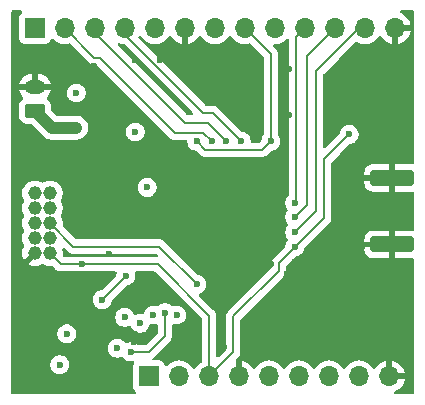
<source format=gbl>
G04 #@! TF.GenerationSoftware,KiCad,Pcbnew,9.0.0*
G04 #@! TF.CreationDate,2025-07-01T12:28:05-04:00*
G04 #@! TF.ProjectId,wio-e5-test,77696f2d-6535-42d7-9465-73742e6b6963,rev?*
G04 #@! TF.SameCoordinates,Original*
G04 #@! TF.FileFunction,Copper,L4,Bot*
G04 #@! TF.FilePolarity,Positive*
%FSLAX46Y46*%
G04 Gerber Fmt 4.6, Leading zero omitted, Abs format (unit mm)*
G04 Created by KiCad (PCBNEW 9.0.0) date 2025-07-01 12:28:05*
%MOMM*%
%LPD*%
G01*
G04 APERTURE LIST*
G04 Aperture macros list*
%AMRoundRect*
0 Rectangle with rounded corners*
0 $1 Rounding radius*
0 $2 $3 $4 $5 $6 $7 $8 $9 X,Y pos of 4 corners*
0 Add a 4 corners polygon primitive as box body*
4,1,4,$2,$3,$4,$5,$6,$7,$8,$9,$2,$3,0*
0 Add four circle primitives for the rounded corners*
1,1,$1+$1,$2,$3*
1,1,$1+$1,$4,$5*
1,1,$1+$1,$6,$7*
1,1,$1+$1,$8,$9*
0 Add four rect primitives between the rounded corners*
20,1,$1+$1,$2,$3,$4,$5,0*
20,1,$1+$1,$4,$5,$6,$7,0*
20,1,$1+$1,$6,$7,$8,$9,0*
20,1,$1+$1,$8,$9,$2,$3,0*%
G04 Aperture macros list end*
G04 #@! TA.AperFunction,ComponentPad*
%ADD10C,1.168400*%
G04 #@! TD*
G04 #@! TA.AperFunction,ComponentPad*
%ADD11R,1.700000X1.700000*%
G04 #@! TD*
G04 #@! TA.AperFunction,ComponentPad*
%ADD12O,1.700000X1.700000*%
G04 #@! TD*
G04 #@! TA.AperFunction,SMDPad,CuDef*
%ADD13RoundRect,0.250000X1.600000X-0.425000X1.600000X0.425000X-1.600000X0.425000X-1.600000X-0.425000X0*%
G04 #@! TD*
G04 #@! TA.AperFunction,ComponentPad*
%ADD14RoundRect,0.250000X-0.625000X0.350000X-0.625000X-0.350000X0.625000X-0.350000X0.625000X0.350000X0*%
G04 #@! TD*
G04 #@! TA.AperFunction,ComponentPad*
%ADD15O,1.750000X1.200000*%
G04 #@! TD*
G04 #@! TA.AperFunction,ViaPad*
%ADD16C,0.600000*%
G04 #@! TD*
G04 #@! TA.AperFunction,Conductor*
%ADD17C,0.200000*%
G04 #@! TD*
G04 #@! TA.AperFunction,Conductor*
%ADD18C,1.000000*%
G04 #@! TD*
G04 APERTURE END LIST*
D10*
G04 #@! TO.P,J3,1,VTref*
G04 #@! TO.N,+3V3*
X140000000Y-139000000D03*
G04 #@! TO.P,J3,2,SWDIO/TMS*
G04 #@! TO.N,/SWDIO*
X141270000Y-139000000D03*
G04 #@! TO.P,J3,3,GND*
G04 #@! TO.N,GND*
X140000000Y-140270000D03*
G04 #@! TO.P,J3,4,SWCLK/TCK*
G04 #@! TO.N,/SWCLK*
X141270000Y-140270000D03*
G04 #@! TO.P,J3,5,GND*
G04 #@! TO.N,GND*
X140000000Y-141540000D03*
G04 #@! TO.P,J3,6,SWO/TDO*
G04 #@! TO.N,/SWO*
X141270000Y-141540000D03*
G04 #@! TO.P,J3,7,KEY*
G04 #@! TO.N,unconnected-(J3-KEY-Pad7)*
X140000000Y-142810000D03*
G04 #@! TO.P,J3,8,NC/TDI*
G04 #@! TO.N,unconnected-(J3-NC{slash}TDI-Pad8)*
X141270000Y-142810000D03*
G04 #@! TO.P,J3,9,GNDDetect*
G04 #@! TO.N,GND*
X140000000Y-144080000D03*
G04 #@! TO.P,J3,10,~{RESET}*
G04 #@! TO.N,/~{RST}*
X141270000Y-144080000D03*
G04 #@! TD*
D11*
G04 #@! TO.P,J7,1,Pin_1*
G04 #@! TO.N,/UART1_RX*
X149660000Y-154500000D03*
D12*
G04 #@! TO.P,J7,2,Pin_2*
G04 #@! TO.N,/UART1_TX*
X152200000Y-154500000D03*
G04 #@! TO.P,J7,3,Pin_3*
G04 #@! TO.N,/~{RST}*
X154740000Y-154500000D03*
G04 #@! TO.P,J7,4,Pin_4*
G04 #@! TO.N,GND*
X157280000Y-154500000D03*
G04 #@! TO.P,J7,5,Pin_5*
G04 #@! TO.N,+3V3*
X159820000Y-154500000D03*
G04 #@! TO.P,J7,6,Pin_6*
G04 #@! TO.N,/PB5*
X162360000Y-154500000D03*
G04 #@! TO.P,J7,7,Pin_7*
G04 #@! TO.N,/PC1*
X164900000Y-154500000D03*
G04 #@! TO.P,J7,8,Pin_8*
G04 #@! TO.N,/PC0*
X167440000Y-154500000D03*
G04 #@! TO.P,J7,9,Pin_9*
G04 #@! TO.N,GND*
X169980000Y-154500000D03*
G04 #@! TD*
D13*
G04 #@! TO.P,J5,2,Ext*
G04 #@! TO.N,GND*
X170250000Y-137675000D03*
X170250000Y-143325000D03*
G04 #@! TD*
D11*
G04 #@! TO.P,J4,1,Pin_1*
G04 #@! TO.N,+3V3*
X140000000Y-125000000D03*
D12*
G04 #@! TO.P,J4,2,Pin_2*
G04 #@! TO.N,/PA10*
X142540000Y-125000000D03*
G04 #@! TO.P,J4,3,Pin_3*
G04 #@! TO.N,/PB14*
X145080000Y-125000000D03*
G04 #@! TO.P,J4,4,Pin_4*
G04 #@! TO.N,/PB9*
X147620000Y-125000000D03*
G04 #@! TO.P,J4,5,Pin_5*
G04 #@! TO.N,/BOOT*
X150160000Y-125000000D03*
G04 #@! TO.P,J4,6,Pin_6*
G04 #@! TO.N,GND*
X152700000Y-125000000D03*
G04 #@! TO.P,J4,7,Pin_7*
G04 #@! TO.N,+3V3*
X155240000Y-125000000D03*
G04 #@! TO.P,J4,8,Pin_8*
G04 #@! TO.N,/PA0*
X157780000Y-125000000D03*
G04 #@! TO.P,J4,9,Pin_9*
G04 #@! TO.N,/PA9*
X160320000Y-125000000D03*
G04 #@! TO.P,J4,10,Pin_10*
G04 #@! TO.N,/PB10*
X162860000Y-125000000D03*
G04 #@! TO.P,J4,11,Pin_11*
G04 #@! TO.N,/PA2*
X165400000Y-125000000D03*
G04 #@! TO.P,J4,12,Pin_12*
G04 #@! TO.N,/PA3*
X167940000Y-125000000D03*
G04 #@! TO.P,J4,13,Pin_13*
G04 #@! TO.N,GND*
X170480000Y-125000000D03*
G04 #@! TD*
D14*
G04 #@! TO.P,J1,1,Pin_1*
G04 #@! TO.N,+BATT*
X140000000Y-132000000D03*
D15*
G04 #@! TO.P,J1,2,Pin_2*
G04 #@! TO.N,GND*
X140000000Y-130000000D03*
G04 #@! TD*
D16*
G04 #@! TO.N,GND*
X160000000Y-145000000D03*
X140000000Y-149000000D03*
X140000000Y-147000000D03*
X142000000Y-147000000D03*
X144000000Y-145000000D03*
X142000000Y-135000000D03*
X140000000Y-135000000D03*
X140000000Y-137000000D03*
X142000000Y-137000000D03*
G04 #@! TO.N,+3V3*
X142700000Y-150900000D03*
G04 #@! TO.N,GND*
X147200000Y-155100000D03*
X138800000Y-153900000D03*
X144400000Y-153900000D03*
X143100000Y-153500000D03*
G04 #@! TO.N,+3V3*
X142100000Y-153500000D03*
G04 #@! TO.N,/I2C2_SDA*
X147700000Y-146000000D03*
X145700000Y-148000000D03*
G04 #@! TO.N,GND*
X144000000Y-139000000D03*
X146300000Y-144100000D03*
X152000000Y-135000000D03*
X170000000Y-128000000D03*
X144000000Y-137000000D03*
X151400000Y-152100000D03*
X168000000Y-128000000D03*
X165300000Y-142800000D03*
X165300000Y-144800000D03*
X171800000Y-151000000D03*
X168000000Y-149000000D03*
X152900000Y-139800000D03*
X167700000Y-139800000D03*
X167700000Y-141500000D03*
X156000000Y-143000000D03*
X171800000Y-145000000D03*
X168000000Y-134000000D03*
X158300000Y-131600000D03*
X162700000Y-147500000D03*
X145000000Y-128200000D03*
X164000000Y-149000000D03*
X170000000Y-149000000D03*
X156000000Y-139000000D03*
X165300000Y-141800000D03*
X171800000Y-136000000D03*
X156000000Y-145000000D03*
X167700000Y-146500000D03*
X167700000Y-147500000D03*
X165000000Y-129100000D03*
X171800000Y-132000000D03*
X162000000Y-148300000D03*
X145400000Y-132500000D03*
X160000000Y-143000000D03*
X167700000Y-137800000D03*
X165000000Y-132300000D03*
X154000000Y-145000000D03*
X156000000Y-141000000D03*
X170000000Y-147000000D03*
X149300000Y-151500000D03*
X165300000Y-139800000D03*
X168000000Y-136000000D03*
X161200000Y-134900000D03*
X146300000Y-149800000D03*
X145400000Y-134400000D03*
X171800000Y-130000000D03*
X158000000Y-145000000D03*
X158000000Y-141000000D03*
X166500000Y-137800000D03*
X158000000Y-152000000D03*
X161200000Y-146800000D03*
X168000000Y-130000000D03*
X170000000Y-145000000D03*
X148500000Y-127700000D03*
X171800000Y-149000000D03*
X154000000Y-143000000D03*
X149200000Y-147600000D03*
X168000000Y-151000000D03*
X162000000Y-144800000D03*
X150000000Y-137000000D03*
X165300000Y-143800000D03*
X148463958Y-150940647D03*
X165300000Y-147500000D03*
X154000000Y-139000000D03*
X171800000Y-128000000D03*
X149500000Y-140000000D03*
X167700000Y-144500000D03*
X146000000Y-137000000D03*
X150000000Y-135000000D03*
X165300000Y-137800000D03*
X161500000Y-132400000D03*
X150600000Y-127700000D03*
X166000000Y-151000000D03*
X167700000Y-143500000D03*
X166000000Y-136000000D03*
X168000000Y-132000000D03*
X167700000Y-138800000D03*
X143308853Y-131908853D03*
X167700000Y-142500000D03*
X170000000Y-151000000D03*
X171800000Y-147000000D03*
X170000000Y-134000000D03*
X154000000Y-141000000D03*
X160000000Y-141000000D03*
X158000000Y-139000000D03*
X164000000Y-147500000D03*
X167700000Y-145500000D03*
X165300000Y-140800000D03*
X171800000Y-134000000D03*
X148000000Y-137000000D03*
X165300000Y-138800000D03*
X152000000Y-137000000D03*
X148000000Y-135000000D03*
X170000000Y-132000000D03*
X143300000Y-128500000D03*
X161300000Y-145800000D03*
X146000000Y-139000000D03*
X166000000Y-149000000D03*
X170000000Y-136000000D03*
X156000000Y-152000000D03*
X160000000Y-139000000D03*
X156900000Y-130100000D03*
X148400000Y-151600000D03*
X161200000Y-137700000D03*
X161500000Y-128500000D03*
X170000000Y-130000000D03*
X158000000Y-143000000D03*
G04 #@! TO.N,+3V3*
X152000000Y-149300000D03*
X143500000Y-130500000D03*
X149500000Y-138500000D03*
X150000000Y-149300000D03*
X148900000Y-150000000D03*
X146985504Y-152108698D03*
X148500000Y-133800000D03*
X147600000Y-149500000D03*
G04 #@! TO.N,+BATT*
X143500000Y-133450000D03*
G04 #@! TO.N,/~{RST}*
X166600000Y-134000000D03*
X162000000Y-143545000D03*
G04 #@! TO.N,/SWO*
X153717500Y-146700000D03*
G04 #@! TO.N,/PA2*
X162000000Y-141000000D03*
G04 #@! TO.N,/PB9*
X157467500Y-134600000D03*
G04 #@! TO.N,/PB10*
X162000000Y-139800000D03*
G04 #@! TO.N,/PB14*
X156217500Y-134600000D03*
G04 #@! TO.N,/PA3*
X162000000Y-142300000D03*
G04 #@! TO.N,/PA10*
X154967500Y-134600000D03*
G04 #@! TO.N,/PA0*
X159967500Y-134600000D03*
X153700000Y-134600000D03*
G04 #@! TO.N,/LPS22_INT*
X151000000Y-149100000D03*
X148100000Y-152400000D03*
G04 #@! TD*
D17*
G04 #@! TO.N,/~{RST}*
X156800000Y-149400000D02*
X156800000Y-152440000D01*
X160650000Y-144895000D02*
X160650000Y-145550000D01*
X156800000Y-152440000D02*
X154740000Y-154500000D01*
X162000000Y-143545000D02*
X160650000Y-144895000D01*
X160650000Y-145550000D02*
X156800000Y-149400000D01*
G04 #@! TO.N,/I2C2_SDA*
X145700000Y-148000000D02*
X147700000Y-146000000D01*
G04 #@! TO.N,/~{RST}*
X142190000Y-145000000D02*
X141270000Y-144080000D01*
X150400000Y-145000000D02*
X142190000Y-145000000D01*
X154740000Y-149340000D02*
X150400000Y-145000000D01*
X154740000Y-154500000D02*
X154740000Y-149340000D01*
G04 #@! TO.N,/SWO*
X143230000Y-143500000D02*
X141270000Y-141540000D01*
X150517500Y-143500000D02*
X143230000Y-143500000D01*
X153717500Y-146700000D02*
X150517500Y-143500000D01*
D18*
G04 #@! TO.N,+BATT*
X141450000Y-133450000D02*
X143500000Y-133450000D01*
X140000000Y-132000000D02*
X141450000Y-133450000D01*
D17*
G04 #@! TO.N,/~{RST}*
X164500000Y-136100000D02*
X166600000Y-134000000D01*
X164500000Y-141045000D02*
X164500000Y-136100000D01*
X162000000Y-143545000D02*
X164500000Y-141045000D01*
G04 #@! TO.N,/PA2*
X162000000Y-141000000D02*
X163000000Y-140000000D01*
X163000000Y-140000000D02*
X163000000Y-127400000D01*
X163000000Y-127400000D02*
X165400000Y-125000000D01*
G04 #@! TO.N,/PB9*
X147620000Y-125569943D02*
X147620000Y-125000000D01*
X157467500Y-134600000D02*
X155067500Y-132200000D01*
X155067500Y-132200000D02*
X154250057Y-132200000D01*
X154250057Y-132200000D02*
X147620000Y-125569943D01*
G04 #@! TO.N,/PB10*
X162100000Y-125760000D02*
X162860000Y-125000000D01*
X162100000Y-139600000D02*
X162100000Y-125760000D01*
X162000000Y-139800000D02*
X161900000Y-139800000D01*
X161900000Y-139800000D02*
X162100000Y-139600000D01*
G04 #@! TO.N,/PB14*
X154617500Y-133000000D02*
X152700000Y-133000000D01*
X152700000Y-133000000D02*
X145080000Y-125380000D01*
X156217500Y-134600000D02*
X154617500Y-133000000D01*
X145080000Y-125380000D02*
X145080000Y-125000000D01*
G04 #@! TO.N,/PA3*
X163800000Y-140500000D02*
X163800000Y-128670000D01*
X162000000Y-142300000D02*
X163800000Y-140500000D01*
X163800000Y-128670000D02*
X167470000Y-125000000D01*
X167470000Y-125000000D02*
X167940000Y-125000000D01*
G04 #@! TO.N,/PA10*
X154267500Y-133900000D02*
X151900000Y-133900000D01*
X151900000Y-133900000D02*
X145500000Y-127500000D01*
X145040000Y-127500000D02*
X142540000Y-125000000D01*
X145500000Y-127500000D02*
X145040000Y-127500000D01*
X154967500Y-134600000D02*
X154267500Y-133900000D01*
G04 #@! TO.N,/PA0*
X159967500Y-127187500D02*
X157780000Y-125000000D01*
X159266500Y-135301000D02*
X154401000Y-135301000D01*
X159967500Y-134600000D02*
X159266500Y-135301000D01*
X159967500Y-134600000D02*
X159967500Y-127187500D01*
X154401000Y-135301000D02*
X153700000Y-134600000D01*
G04 #@! TO.N,/LPS22_INT*
X149700000Y-152400000D02*
X148100000Y-152400000D01*
X151000000Y-151100000D02*
X149700000Y-152400000D01*
X151000000Y-149100000D02*
X151000000Y-151100000D01*
G04 #@! TD*
G04 #@! TA.AperFunction,Conductor*
G04 #@! TO.N,GND*
G36*
X138876936Y-123520185D02*
G01*
X138922691Y-123572989D01*
X138932635Y-123642147D01*
X138903610Y-123705703D01*
X138884208Y-123723766D01*
X138792455Y-123792452D01*
X138792452Y-123792455D01*
X138706206Y-123907664D01*
X138706202Y-123907671D01*
X138655908Y-124042517D01*
X138649501Y-124102116D01*
X138649500Y-124102135D01*
X138649500Y-125897870D01*
X138649501Y-125897876D01*
X138655908Y-125957483D01*
X138706202Y-126092328D01*
X138706206Y-126092335D01*
X138792452Y-126207544D01*
X138792455Y-126207547D01*
X138907664Y-126293793D01*
X138907671Y-126293797D01*
X139042517Y-126344091D01*
X139042516Y-126344091D01*
X139049444Y-126344835D01*
X139102127Y-126350500D01*
X140897872Y-126350499D01*
X140957483Y-126344091D01*
X141092331Y-126293796D01*
X141207546Y-126207546D01*
X141293796Y-126092331D01*
X141342810Y-125960916D01*
X141384681Y-125904984D01*
X141450145Y-125880566D01*
X141518418Y-125895417D01*
X141546673Y-125916569D01*
X141660213Y-126030109D01*
X141832179Y-126155048D01*
X141832181Y-126155049D01*
X141832184Y-126155051D01*
X142021588Y-126251557D01*
X142223757Y-126317246D01*
X142433713Y-126350500D01*
X142433714Y-126350500D01*
X142646286Y-126350500D01*
X142646287Y-126350500D01*
X142856243Y-126317246D01*
X142898523Y-126303507D01*
X142968362Y-126301511D01*
X143024522Y-126333757D01*
X144555139Y-127864374D01*
X144555149Y-127864385D01*
X144559479Y-127868715D01*
X144559480Y-127868716D01*
X144671284Y-127980520D01*
X144758095Y-128030639D01*
X144758097Y-128030641D01*
X144796151Y-128052611D01*
X144808215Y-128059577D01*
X144960943Y-128100501D01*
X144960946Y-128100501D01*
X145126653Y-128100501D01*
X145126669Y-128100500D01*
X145199903Y-128100500D01*
X145266942Y-128120185D01*
X145287583Y-128136818D01*
X151531284Y-134380520D01*
X151668215Y-134459577D01*
X151820943Y-134500501D01*
X151820946Y-134500501D01*
X151986654Y-134500501D01*
X151986670Y-134500500D01*
X152775500Y-134500500D01*
X152842539Y-134520185D01*
X152888294Y-134572989D01*
X152899500Y-134624500D01*
X152899500Y-134678846D01*
X152930261Y-134833489D01*
X152930264Y-134833501D01*
X152990602Y-134979172D01*
X152990609Y-134979185D01*
X153078210Y-135110288D01*
X153078213Y-135110292D01*
X153189707Y-135221786D01*
X153189711Y-135221789D01*
X153320814Y-135309390D01*
X153320827Y-135309397D01*
X153419493Y-135350265D01*
X153466503Y-135369737D01*
X153621158Y-135400500D01*
X153621847Y-135400637D01*
X153683758Y-135433022D01*
X153685337Y-135434573D01*
X154032284Y-135781520D01*
X154032286Y-135781521D01*
X154032290Y-135781524D01*
X154169209Y-135860573D01*
X154169216Y-135860577D01*
X154321943Y-135901501D01*
X154321945Y-135901501D01*
X154487654Y-135901501D01*
X154487670Y-135901500D01*
X159179831Y-135901500D01*
X159179847Y-135901501D01*
X159187443Y-135901501D01*
X159345554Y-135901501D01*
X159345557Y-135901501D01*
X159498285Y-135860577D01*
X159548404Y-135831639D01*
X159635216Y-135781520D01*
X159747020Y-135669716D01*
X159747020Y-135669714D01*
X159757228Y-135659507D01*
X159757229Y-135659504D01*
X159982161Y-135434572D01*
X160043483Y-135401089D01*
X160045650Y-135400638D01*
X160103585Y-135389113D01*
X160200997Y-135369737D01*
X160346679Y-135309394D01*
X160477789Y-135221789D01*
X160589289Y-135110289D01*
X160676894Y-134979179D01*
X160737237Y-134833497D01*
X160768000Y-134678842D01*
X160768000Y-134521158D01*
X160768000Y-134521155D01*
X160767999Y-134521153D01*
X160748234Y-134421789D01*
X160737237Y-134366503D01*
X160737235Y-134366498D01*
X160676897Y-134220827D01*
X160676890Y-134220814D01*
X160588898Y-134089125D01*
X160568020Y-134022447D01*
X160568000Y-134020234D01*
X160568000Y-127108445D01*
X160568000Y-127108443D01*
X160544163Y-127019481D01*
X160527077Y-126955715D01*
X160494621Y-126899500D01*
X160494620Y-126899498D01*
X160494620Y-126899497D01*
X160448024Y-126818790D01*
X160448021Y-126818786D01*
X160448020Y-126818784D01*
X160336216Y-126706980D01*
X160336215Y-126706979D01*
X160331885Y-126702649D01*
X160331874Y-126702639D01*
X160191416Y-126562181D01*
X160157931Y-126500858D01*
X160162915Y-126431166D01*
X160204787Y-126375233D01*
X160270251Y-126350816D01*
X160279097Y-126350500D01*
X160426286Y-126350500D01*
X160426287Y-126350500D01*
X160636243Y-126317246D01*
X160838412Y-126251557D01*
X161027816Y-126155051D01*
X161049789Y-126139086D01*
X161199786Y-126030109D01*
X161199788Y-126030106D01*
X161199792Y-126030104D01*
X161287819Y-125942077D01*
X161349142Y-125908592D01*
X161418834Y-125913576D01*
X161474767Y-125955448D01*
X161499184Y-126020912D01*
X161499500Y-126029758D01*
X161499500Y-139117059D01*
X161479815Y-139184098D01*
X161463181Y-139204740D01*
X161378213Y-139289707D01*
X161378210Y-139289711D01*
X161290609Y-139420814D01*
X161290602Y-139420827D01*
X161230264Y-139566498D01*
X161230261Y-139566510D01*
X161199500Y-139721153D01*
X161199500Y-139878846D01*
X161230261Y-140033489D01*
X161230264Y-140033501D01*
X161290602Y-140179172D01*
X161290609Y-140179185D01*
X161378210Y-140310288D01*
X161378213Y-140310292D01*
X161380240Y-140312319D01*
X161380962Y-140313642D01*
X161382076Y-140314999D01*
X161381818Y-140315210D01*
X161413725Y-140373642D01*
X161408741Y-140443334D01*
X161382001Y-140484939D01*
X161382076Y-140485001D01*
X161381552Y-140485639D01*
X161380240Y-140487681D01*
X161378213Y-140489707D01*
X161378210Y-140489711D01*
X161290609Y-140620814D01*
X161290602Y-140620827D01*
X161230264Y-140766498D01*
X161230261Y-140766510D01*
X161199500Y-140921153D01*
X161199500Y-141078846D01*
X161230261Y-141233489D01*
X161230264Y-141233501D01*
X161290602Y-141379172D01*
X161290609Y-141379185D01*
X161378210Y-141510288D01*
X161378213Y-141510292D01*
X161430240Y-141562319D01*
X161463725Y-141623642D01*
X161458741Y-141693334D01*
X161430240Y-141737681D01*
X161378213Y-141789707D01*
X161378210Y-141789711D01*
X161290609Y-141920814D01*
X161290602Y-141920827D01*
X161230264Y-142066498D01*
X161230261Y-142066510D01*
X161199500Y-142221153D01*
X161199500Y-142378846D01*
X161230261Y-142533489D01*
X161230264Y-142533501D01*
X161290602Y-142679172D01*
X161290609Y-142679185D01*
X161378210Y-142810288D01*
X161378213Y-142810292D01*
X161402740Y-142834819D01*
X161436225Y-142896142D01*
X161431241Y-142965834D01*
X161402740Y-143010181D01*
X161378213Y-143034707D01*
X161378210Y-143034711D01*
X161290609Y-143165814D01*
X161290602Y-143165827D01*
X161230264Y-143311498D01*
X161230261Y-143311508D01*
X161199361Y-143466850D01*
X161166976Y-143528761D01*
X161165425Y-143530339D01*
X160169481Y-144526282D01*
X160169479Y-144526285D01*
X160119361Y-144613094D01*
X160119359Y-144613096D01*
X160090425Y-144663209D01*
X160090424Y-144663210D01*
X160090423Y-144663215D01*
X160049499Y-144815943D01*
X160049499Y-144815945D01*
X160049499Y-144984046D01*
X160049500Y-144984059D01*
X160049500Y-145249902D01*
X160029815Y-145316941D01*
X160013181Y-145337583D01*
X156319481Y-149031282D01*
X156319475Y-149031290D01*
X156275064Y-149108214D01*
X156275064Y-149108215D01*
X156240423Y-149168215D01*
X156199499Y-149320943D01*
X156199499Y-149320945D01*
X156199499Y-149489046D01*
X156199500Y-149489059D01*
X156199500Y-152139903D01*
X156179815Y-152206942D01*
X156163181Y-152227584D01*
X155552181Y-152838584D01*
X155490858Y-152872069D01*
X155421166Y-152867085D01*
X155365233Y-152825213D01*
X155340816Y-152759749D01*
X155340500Y-152750903D01*
X155340500Y-149429059D01*
X155340501Y-149429046D01*
X155340501Y-149260945D01*
X155340501Y-149260943D01*
X155299577Y-149108215D01*
X155270639Y-149058095D01*
X155220520Y-148971284D01*
X155108716Y-148859480D01*
X155108715Y-148859479D01*
X155104385Y-148855149D01*
X155104374Y-148855139D01*
X153918154Y-147668919D01*
X153884669Y-147607596D01*
X153889653Y-147537904D01*
X153931525Y-147481971D01*
X153958372Y-147466682D01*
X154096679Y-147409394D01*
X154227789Y-147321789D01*
X154339289Y-147210289D01*
X154426894Y-147079179D01*
X154487237Y-146933497D01*
X154518000Y-146778842D01*
X154518000Y-146621158D01*
X154518000Y-146621155D01*
X154517999Y-146621153D01*
X154495947Y-146510292D01*
X154487237Y-146466503D01*
X154451069Y-146379185D01*
X154426897Y-146320827D01*
X154426890Y-146320814D01*
X154339289Y-146189711D01*
X154339286Y-146189707D01*
X154227792Y-146078213D01*
X154227788Y-146078210D01*
X154096685Y-145990609D01*
X154096672Y-145990602D01*
X153951001Y-145930264D01*
X153950991Y-145930261D01*
X153795649Y-145899361D01*
X153733738Y-145866976D01*
X153732160Y-145865425D01*
X151005090Y-143138355D01*
X151005088Y-143138352D01*
X150886217Y-143019481D01*
X150886216Y-143019480D01*
X150797976Y-142968535D01*
X150797975Y-142968534D01*
X150749290Y-142940425D01*
X150749289Y-142940424D01*
X150736763Y-142937067D01*
X150596557Y-142899499D01*
X150438443Y-142899499D01*
X150430847Y-142899499D01*
X150430831Y-142899500D01*
X143530098Y-142899500D01*
X143463059Y-142879815D01*
X143442417Y-142863181D01*
X142378852Y-141799617D01*
X142345367Y-141738294D01*
X142344060Y-141692543D01*
X142354700Y-141625368D01*
X142354700Y-141454632D01*
X142327991Y-141285999D01*
X142327990Y-141285995D01*
X142327990Y-141285994D01*
X142275232Y-141123622D01*
X142275230Y-141123619D01*
X142197719Y-140971493D01*
X142197710Y-140971481D01*
X142196681Y-140969801D01*
X142196481Y-140969065D01*
X142195507Y-140967152D01*
X142195908Y-140966947D01*
X142178430Y-140902357D01*
X142195851Y-140843023D01*
X142195507Y-140842848D01*
X142196442Y-140841012D01*
X142196681Y-140840199D01*
X142197706Y-140838523D01*
X142197719Y-140838507D01*
X142275231Y-140686380D01*
X142294980Y-140625600D01*
X142327990Y-140524005D01*
X142327990Y-140524004D01*
X142327991Y-140524001D01*
X142354700Y-140355368D01*
X142354700Y-140184632D01*
X142327991Y-140015999D01*
X142327990Y-140015995D01*
X142327990Y-140015994D01*
X142275232Y-139853622D01*
X142275230Y-139853619D01*
X142261852Y-139827363D01*
X142197719Y-139701493D01*
X142197710Y-139701481D01*
X142196681Y-139699801D01*
X142196481Y-139699065D01*
X142195507Y-139697152D01*
X142195908Y-139696947D01*
X142178430Y-139632357D01*
X142195851Y-139573023D01*
X142195507Y-139572848D01*
X142196442Y-139571012D01*
X142196681Y-139570199D01*
X142197706Y-139568523D01*
X142197719Y-139568507D01*
X142275231Y-139416380D01*
X142316388Y-139289711D01*
X142327990Y-139254005D01*
X142327990Y-139254004D01*
X142327991Y-139254001D01*
X142354700Y-139085368D01*
X142354700Y-138914632D01*
X142327991Y-138745999D01*
X142327990Y-138745995D01*
X142327990Y-138745994D01*
X142275232Y-138583622D01*
X142275228Y-138583614D01*
X142218033Y-138471360D01*
X142197720Y-138431494D01*
X142190207Y-138421153D01*
X148699500Y-138421153D01*
X148699500Y-138578846D01*
X148730261Y-138733489D01*
X148730264Y-138733501D01*
X148790602Y-138879172D01*
X148790609Y-138879185D01*
X148878210Y-139010288D01*
X148878213Y-139010292D01*
X148989707Y-139121786D01*
X148989711Y-139121789D01*
X149120814Y-139209390D01*
X149120827Y-139209397D01*
X149228515Y-139254002D01*
X149266503Y-139269737D01*
X149421153Y-139300499D01*
X149421156Y-139300500D01*
X149421158Y-139300500D01*
X149578844Y-139300500D01*
X149578845Y-139300499D01*
X149733497Y-139269737D01*
X149879179Y-139209394D01*
X150010289Y-139121789D01*
X150121789Y-139010289D01*
X150209394Y-138879179D01*
X150269737Y-138733497D01*
X150300500Y-138578842D01*
X150300500Y-138421158D01*
X150300500Y-138421155D01*
X150300499Y-138421153D01*
X150275080Y-138293365D01*
X150269737Y-138266503D01*
X150269735Y-138266498D01*
X150209397Y-138120827D01*
X150209390Y-138120814D01*
X150121789Y-137989711D01*
X150121786Y-137989707D01*
X150010292Y-137878213D01*
X150010288Y-137878210D01*
X149879185Y-137790609D01*
X149879172Y-137790602D01*
X149733501Y-137730264D01*
X149733489Y-137730261D01*
X149578845Y-137699500D01*
X149578842Y-137699500D01*
X149421158Y-137699500D01*
X149421155Y-137699500D01*
X149266510Y-137730261D01*
X149266498Y-137730264D01*
X149120827Y-137790602D01*
X149120814Y-137790609D01*
X148989711Y-137878210D01*
X148989707Y-137878213D01*
X148878213Y-137989707D01*
X148878210Y-137989711D01*
X148790609Y-138120814D01*
X148790602Y-138120827D01*
X148730264Y-138266498D01*
X148730261Y-138266510D01*
X148699500Y-138421153D01*
X142190207Y-138421153D01*
X142182643Y-138410743D01*
X142097363Y-138293365D01*
X141976635Y-138172637D01*
X141838507Y-138072281D01*
X141686380Y-137994769D01*
X141686377Y-137994767D01*
X141524004Y-137942009D01*
X141397526Y-137921977D01*
X141355368Y-137915300D01*
X141184632Y-137915300D01*
X141128421Y-137924203D01*
X141015997Y-137942009D01*
X141015994Y-137942009D01*
X140853622Y-137994767D01*
X140853619Y-137994769D01*
X140701493Y-138072280D01*
X140699788Y-138073326D01*
X140699051Y-138073525D01*
X140697152Y-138074493D01*
X140696948Y-138074093D01*
X140632341Y-138091568D01*
X140573022Y-138074151D01*
X140572848Y-138074493D01*
X140571027Y-138073565D01*
X140570212Y-138073326D01*
X140568506Y-138072280D01*
X140416380Y-137994769D01*
X140416377Y-137994767D01*
X140254004Y-137942009D01*
X140127526Y-137921977D01*
X140085368Y-137915300D01*
X139914632Y-137915300D01*
X139858421Y-137924203D01*
X139745997Y-137942009D01*
X139745994Y-137942009D01*
X139583622Y-137994767D01*
X139583619Y-137994769D01*
X139431492Y-138072281D01*
X139364675Y-138120827D01*
X139293365Y-138172637D01*
X139293363Y-138172639D01*
X139293362Y-138172639D01*
X139172639Y-138293362D01*
X139172639Y-138293363D01*
X139172637Y-138293365D01*
X139129538Y-138352685D01*
X139072281Y-138431492D01*
X138994769Y-138583619D01*
X138994767Y-138583622D01*
X138942009Y-138745994D01*
X138942009Y-138745997D01*
X138915300Y-138914632D01*
X138915300Y-139085367D01*
X138942009Y-139254002D01*
X138942009Y-139254005D01*
X138994767Y-139416377D01*
X138994769Y-139416380D01*
X139072282Y-139568509D01*
X139073621Y-139570694D01*
X139073876Y-139571637D01*
X139074493Y-139572848D01*
X139074238Y-139572977D01*
X139091862Y-139638140D01*
X139074519Y-139697209D01*
X139074921Y-139697414D01*
X139073831Y-139699552D01*
X139073623Y-139700262D01*
X139072713Y-139701746D01*
X138995233Y-139853808D01*
X138942496Y-140016115D01*
X138915800Y-140184666D01*
X138915800Y-140355333D01*
X138942496Y-140523884D01*
X138995233Y-140686191D01*
X139072711Y-140838250D01*
X139073918Y-140840219D01*
X139074147Y-140841068D01*
X139074921Y-140842586D01*
X139074601Y-140842748D01*
X139092156Y-140907667D01*
X139074653Y-140967277D01*
X139074921Y-140967414D01*
X139074194Y-140968840D01*
X139073918Y-140969781D01*
X139072711Y-140971749D01*
X138995233Y-141123808D01*
X138942496Y-141286115D01*
X138915800Y-141454666D01*
X138915800Y-141625333D01*
X138942496Y-141793884D01*
X138995233Y-141956191D01*
X139072713Y-142108253D01*
X139073623Y-142109738D01*
X139073796Y-142110378D01*
X139074921Y-142112586D01*
X139074457Y-142112822D01*
X139091862Y-142177185D01*
X139074286Y-142237047D01*
X139074493Y-142237153D01*
X139073931Y-142238254D01*
X139073625Y-142239299D01*
X139072285Y-142241485D01*
X138994768Y-142393619D01*
X138994767Y-142393622D01*
X138942009Y-142555994D01*
X138942009Y-142555997D01*
X138942009Y-142555999D01*
X138915300Y-142724632D01*
X138915300Y-142895368D01*
X138919485Y-142921789D01*
X138942009Y-143064002D01*
X138942009Y-143064005D01*
X138994767Y-143226377D01*
X138994769Y-143226380D01*
X139072282Y-143378509D01*
X139073621Y-143380694D01*
X139073876Y-143381637D01*
X139074493Y-143382848D01*
X139074238Y-143382977D01*
X139091862Y-143448140D01*
X139074519Y-143507209D01*
X139074921Y-143507414D01*
X139073831Y-143509552D01*
X139073623Y-143510262D01*
X139072713Y-143511746D01*
X138995233Y-143663808D01*
X138942496Y-143826115D01*
X138915800Y-143994666D01*
X138915800Y-144165333D01*
X138942496Y-144333884D01*
X138995233Y-144496193D01*
X139072711Y-144648249D01*
X139075019Y-144651425D01*
X139075020Y-144651425D01*
X139644400Y-144082045D01*
X139644400Y-144126816D01*
X139668634Y-144217256D01*
X139715450Y-144298343D01*
X139781657Y-144364550D01*
X139862744Y-144411366D01*
X139953184Y-144435600D01*
X139997952Y-144435600D01*
X139428574Y-145004978D01*
X139428574Y-145004980D01*
X139431750Y-145007288D01*
X139583806Y-145084766D01*
X139746115Y-145137503D01*
X139914667Y-145164200D01*
X140085333Y-145164200D01*
X140253884Y-145137503D01*
X140416191Y-145084766D01*
X140568237Y-145007294D01*
X140569715Y-145006389D01*
X140570354Y-145006215D01*
X140572586Y-145005079D01*
X140572824Y-145005547D01*
X140637158Y-144988136D01*
X140697045Y-145005716D01*
X140697152Y-145005507D01*
X140698265Y-145006074D01*
X140699310Y-145006381D01*
X140701493Y-145007719D01*
X140853620Y-145085231D01*
X140853622Y-145085232D01*
X141015995Y-145137990D01*
X141015996Y-145137990D01*
X141015999Y-145137991D01*
X141184632Y-145164700D01*
X141184633Y-145164700D01*
X141355365Y-145164700D01*
X141355368Y-145164700D01*
X141422540Y-145154060D01*
X141427963Y-145154761D01*
X141433090Y-145152849D01*
X141462242Y-145159190D01*
X141491830Y-145163014D01*
X141497434Y-145166846D01*
X141501363Y-145167701D01*
X141529617Y-145188852D01*
X141705139Y-145364374D01*
X141705149Y-145364385D01*
X141709479Y-145368715D01*
X141709480Y-145368716D01*
X141821284Y-145480520D01*
X141821286Y-145480521D01*
X141821290Y-145480524D01*
X141958209Y-145559573D01*
X141958216Y-145559577D01*
X142070019Y-145589534D01*
X142110942Y-145600500D01*
X142110943Y-145600500D01*
X146813445Y-145600500D01*
X146880484Y-145620185D01*
X146926239Y-145672989D01*
X146936183Y-145742147D01*
X146934891Y-145749539D01*
X146932513Y-145761069D01*
X146930263Y-145766503D01*
X146899500Y-145921158D01*
X146899500Y-145921193D01*
X146899190Y-145922697D01*
X146882978Y-145953167D01*
X146866976Y-145983761D01*
X146866380Y-145984366D01*
X146866373Y-145984381D01*
X146866358Y-145984388D01*
X146865425Y-145985339D01*
X145685339Y-147165425D01*
X145624016Y-147198910D01*
X145621850Y-147199361D01*
X145466508Y-147230261D01*
X145466498Y-147230264D01*
X145320827Y-147290602D01*
X145320814Y-147290609D01*
X145189711Y-147378210D01*
X145189707Y-147378213D01*
X145078213Y-147489707D01*
X145078210Y-147489711D01*
X144990609Y-147620814D01*
X144990602Y-147620827D01*
X144930264Y-147766498D01*
X144930261Y-147766510D01*
X144899500Y-147921153D01*
X144899500Y-148078846D01*
X144930261Y-148233489D01*
X144930264Y-148233501D01*
X144990602Y-148379172D01*
X144990609Y-148379185D01*
X145078210Y-148510288D01*
X145078213Y-148510292D01*
X145189707Y-148621786D01*
X145189711Y-148621789D01*
X145320814Y-148709390D01*
X145320827Y-148709397D01*
X145466498Y-148769735D01*
X145466503Y-148769737D01*
X145621153Y-148800499D01*
X145621156Y-148800500D01*
X145621158Y-148800500D01*
X145778844Y-148800500D01*
X145778845Y-148800499D01*
X145933497Y-148769737D01*
X146079179Y-148709394D01*
X146210289Y-148621789D01*
X146321789Y-148510289D01*
X146409394Y-148379179D01*
X146469737Y-148233497D01*
X146489113Y-148136085D01*
X146500638Y-148078150D01*
X146533023Y-148016239D01*
X146534518Y-148014716D01*
X147714662Y-146834572D01*
X147775983Y-146801089D01*
X147778150Y-146800638D01*
X147836085Y-146789113D01*
X147933497Y-146769737D01*
X148079179Y-146709394D01*
X148210289Y-146621789D01*
X148321789Y-146510289D01*
X148409394Y-146379179D01*
X148469737Y-146233497D01*
X148500500Y-146078842D01*
X148500500Y-145921158D01*
X148500500Y-145921155D01*
X148500499Y-145921153D01*
X148472777Y-145781786D01*
X148469737Y-145766503D01*
X148469732Y-145766492D01*
X148467969Y-145760676D01*
X148470720Y-145759841D01*
X148464497Y-145702641D01*
X148495691Y-145640122D01*
X148555734Y-145604392D01*
X148586555Y-145600500D01*
X150099903Y-145600500D01*
X150166942Y-145620185D01*
X150187584Y-145636819D01*
X154103181Y-149552416D01*
X154136666Y-149613739D01*
X154139500Y-149640097D01*
X154139500Y-153214281D01*
X154119815Y-153281320D01*
X154071795Y-153324765D01*
X154032185Y-153344947D01*
X154032184Y-153344948D01*
X153860213Y-153469890D01*
X153709890Y-153620213D01*
X153584949Y-153792182D01*
X153580484Y-153800946D01*
X153532509Y-153851742D01*
X153464688Y-153868536D01*
X153398553Y-153845998D01*
X153359516Y-153800946D01*
X153355050Y-153792182D01*
X153230109Y-153620213D01*
X153079786Y-153469890D01*
X152907820Y-153344951D01*
X152718414Y-153248444D01*
X152718413Y-153248443D01*
X152718412Y-153248443D01*
X152516243Y-153182754D01*
X152516241Y-153182753D01*
X152516240Y-153182753D01*
X152354957Y-153157208D01*
X152306287Y-153149500D01*
X152093713Y-153149500D01*
X152045042Y-153157208D01*
X151883760Y-153182753D01*
X151681585Y-153248444D01*
X151492179Y-153344951D01*
X151320215Y-153469889D01*
X151206673Y-153583431D01*
X151145350Y-153616915D01*
X151075658Y-153611931D01*
X151019725Y-153570059D01*
X151002810Y-153539082D01*
X150953797Y-153407671D01*
X150953793Y-153407664D01*
X150867547Y-153292455D01*
X150867544Y-153292452D01*
X150752335Y-153206206D01*
X150752328Y-153206202D01*
X150617482Y-153155908D01*
X150617483Y-153155908D01*
X150557883Y-153149501D01*
X150557881Y-153149500D01*
X150557873Y-153149500D01*
X150557865Y-153149500D01*
X150065602Y-153149500D01*
X149998563Y-153129815D01*
X149952808Y-153077011D01*
X149942864Y-153007853D01*
X149971889Y-152944297D01*
X150003601Y-152918113D01*
X150068716Y-152880520D01*
X150180520Y-152768716D01*
X150180520Y-152768714D01*
X150190724Y-152758511D01*
X150190727Y-152758506D01*
X151480520Y-151468716D01*
X151559577Y-151331784D01*
X151600501Y-151179057D01*
X151600501Y-151020942D01*
X151600501Y-151013347D01*
X151600500Y-151013329D01*
X151600500Y-150186555D01*
X151620185Y-150119516D01*
X151672989Y-150073761D01*
X151742147Y-150063817D01*
X151760411Y-150068840D01*
X151760676Y-150067969D01*
X151766492Y-150069732D01*
X151766503Y-150069737D01*
X151896982Y-150095691D01*
X151921153Y-150100499D01*
X151921156Y-150100500D01*
X151921158Y-150100500D01*
X152078844Y-150100500D01*
X152078845Y-150100499D01*
X152233497Y-150069737D01*
X152379179Y-150009394D01*
X152510289Y-149921789D01*
X152621789Y-149810289D01*
X152709394Y-149679179D01*
X152769737Y-149533497D01*
X152800500Y-149378842D01*
X152800500Y-149221158D01*
X152800500Y-149221155D01*
X152800499Y-149221153D01*
X152789969Y-149168215D01*
X152769737Y-149066503D01*
X152766253Y-149058092D01*
X152709397Y-148920827D01*
X152709390Y-148920814D01*
X152621789Y-148789711D01*
X152621786Y-148789707D01*
X152510292Y-148678213D01*
X152510288Y-148678210D01*
X152379185Y-148590609D01*
X152379172Y-148590602D01*
X152233501Y-148530264D01*
X152233489Y-148530261D01*
X152078845Y-148499500D01*
X152078842Y-148499500D01*
X151921158Y-148499500D01*
X151921155Y-148499500D01*
X151766505Y-148530261D01*
X151766497Y-148530264D01*
X151698682Y-148558353D01*
X151629213Y-148565820D01*
X151566734Y-148534544D01*
X151563551Y-148531472D01*
X151510292Y-148478213D01*
X151510288Y-148478210D01*
X151379185Y-148390609D01*
X151379172Y-148390602D01*
X151233501Y-148330264D01*
X151233489Y-148330261D01*
X151078845Y-148299500D01*
X151078842Y-148299500D01*
X150921158Y-148299500D01*
X150921155Y-148299500D01*
X150766510Y-148330261D01*
X150766498Y-148330264D01*
X150620827Y-148390602D01*
X150620814Y-148390609D01*
X150489711Y-148478210D01*
X150489706Y-148478214D01*
X150436446Y-148531474D01*
X150375123Y-148564958D01*
X150305431Y-148559973D01*
X150301354Y-148558369D01*
X150233497Y-148530263D01*
X150233490Y-148530261D01*
X150233489Y-148530261D01*
X150233488Y-148530260D01*
X150078845Y-148499500D01*
X150078842Y-148499500D01*
X149921158Y-148499500D01*
X149921155Y-148499500D01*
X149766510Y-148530261D01*
X149766498Y-148530264D01*
X149620827Y-148590602D01*
X149620814Y-148590609D01*
X149489711Y-148678210D01*
X149489707Y-148678213D01*
X149378213Y-148789707D01*
X149378210Y-148789711D01*
X149290609Y-148920814D01*
X149290602Y-148920827D01*
X149230264Y-149066498D01*
X149230261Y-149066507D01*
X149219436Y-149120929D01*
X149187050Y-149182840D01*
X149126334Y-149217413D01*
X149073628Y-149218353D01*
X148978846Y-149199500D01*
X148978842Y-149199500D01*
X148821158Y-149199500D01*
X148821155Y-149199500D01*
X148666510Y-149230261D01*
X148666498Y-149230264D01*
X148515193Y-149292937D01*
X148514133Y-149290379D01*
X148457251Y-149302079D01*
X148392068Y-149276919D01*
X148352942Y-149225957D01*
X148309394Y-149120821D01*
X148309390Y-149120814D01*
X148221789Y-148989711D01*
X148221786Y-148989707D01*
X148110292Y-148878213D01*
X148110288Y-148878210D01*
X147979185Y-148790609D01*
X147979172Y-148790602D01*
X147833501Y-148730264D01*
X147833489Y-148730261D01*
X147678845Y-148699500D01*
X147678842Y-148699500D01*
X147521158Y-148699500D01*
X147521155Y-148699500D01*
X147366510Y-148730261D01*
X147366498Y-148730264D01*
X147220827Y-148790602D01*
X147220814Y-148790609D01*
X147089711Y-148878210D01*
X147089707Y-148878213D01*
X146978213Y-148989707D01*
X146978210Y-148989711D01*
X146890609Y-149120814D01*
X146890602Y-149120827D01*
X146830264Y-149266498D01*
X146830261Y-149266510D01*
X146799500Y-149421153D01*
X146799500Y-149578846D01*
X146830261Y-149733489D01*
X146830264Y-149733501D01*
X146890602Y-149879172D01*
X146890609Y-149879185D01*
X146978210Y-150010288D01*
X146978213Y-150010292D01*
X147089707Y-150121786D01*
X147089711Y-150121789D01*
X147220814Y-150209390D01*
X147220827Y-150209397D01*
X147366498Y-150269735D01*
X147366503Y-150269737D01*
X147521153Y-150300499D01*
X147521156Y-150300500D01*
X147521158Y-150300500D01*
X147678844Y-150300500D01*
X147678845Y-150300499D01*
X147833497Y-150269737D01*
X147889120Y-150246697D01*
X147984808Y-150207063D01*
X147985898Y-150209694D01*
X148042316Y-150197886D01*
X148107587Y-150222818D01*
X148147058Y-150274045D01*
X148190602Y-150379172D01*
X148190609Y-150379185D01*
X148278210Y-150510288D01*
X148278213Y-150510292D01*
X148389707Y-150621786D01*
X148389711Y-150621789D01*
X148520814Y-150709390D01*
X148520827Y-150709397D01*
X148666498Y-150769735D01*
X148666503Y-150769737D01*
X148818152Y-150799902D01*
X148821153Y-150800499D01*
X148821156Y-150800500D01*
X148821158Y-150800500D01*
X148978844Y-150800500D01*
X148978845Y-150800499D01*
X149133497Y-150769737D01*
X149279179Y-150709394D01*
X149410289Y-150621789D01*
X149521789Y-150510289D01*
X149609394Y-150379179D01*
X149669737Y-150233497D01*
X149680563Y-150179072D01*
X149712947Y-150117161D01*
X149773663Y-150082587D01*
X149826372Y-150081646D01*
X149921155Y-150100500D01*
X149921158Y-150100500D01*
X150078844Y-150100500D01*
X150078845Y-150100499D01*
X150233497Y-150069737D01*
X150233509Y-150069731D01*
X150239324Y-150067969D01*
X150240158Y-150070720D01*
X150297359Y-150064497D01*
X150359878Y-150095691D01*
X150395608Y-150155734D01*
X150399500Y-150186555D01*
X150399500Y-150799902D01*
X150379815Y-150866941D01*
X150363181Y-150887583D01*
X149487584Y-151763181D01*
X149426261Y-151796666D01*
X149399903Y-151799500D01*
X148679766Y-151799500D01*
X148612727Y-151779815D01*
X148610875Y-151778602D01*
X148479185Y-151690609D01*
X148479172Y-151690602D01*
X148333501Y-151630264D01*
X148333489Y-151630261D01*
X148178845Y-151599500D01*
X148178842Y-151599500D01*
X148021158Y-151599500D01*
X148021155Y-151599500D01*
X147866510Y-151630261D01*
X147866498Y-151630264D01*
X147774170Y-151668508D01*
X147704701Y-151675977D01*
X147642222Y-151644702D01*
X147623615Y-151622837D01*
X147607291Y-151598406D01*
X147495796Y-151486911D01*
X147495792Y-151486908D01*
X147364689Y-151399307D01*
X147364676Y-151399300D01*
X147219005Y-151338962D01*
X147218993Y-151338959D01*
X147064349Y-151308198D01*
X147064346Y-151308198D01*
X146906662Y-151308198D01*
X146906659Y-151308198D01*
X146752014Y-151338959D01*
X146752002Y-151338962D01*
X146606331Y-151399300D01*
X146606318Y-151399307D01*
X146475215Y-151486908D01*
X146475211Y-151486911D01*
X146363717Y-151598405D01*
X146363714Y-151598409D01*
X146276113Y-151729512D01*
X146276106Y-151729525D01*
X146215768Y-151875196D01*
X146215765Y-151875208D01*
X146185004Y-152029851D01*
X146185004Y-152187544D01*
X146215765Y-152342187D01*
X146215768Y-152342199D01*
X146276106Y-152487870D01*
X146276113Y-152487883D01*
X146363714Y-152618986D01*
X146363717Y-152618990D01*
X146475211Y-152730484D01*
X146475215Y-152730487D01*
X146606318Y-152818088D01*
X146606331Y-152818095D01*
X146724605Y-152867085D01*
X146752007Y-152878435D01*
X146906657Y-152909197D01*
X146906660Y-152909198D01*
X146906662Y-152909198D01*
X147064348Y-152909198D01*
X147064349Y-152909197D01*
X147219001Y-152878435D01*
X147311333Y-152840189D01*
X147380802Y-152832721D01*
X147443281Y-152863996D01*
X147461886Y-152885859D01*
X147478208Y-152910285D01*
X147478213Y-152910292D01*
X147589707Y-153021786D01*
X147589711Y-153021789D01*
X147720814Y-153109390D01*
X147720827Y-153109397D01*
X147833119Y-153155909D01*
X147866503Y-153169737D01*
X147967492Y-153189825D01*
X148021153Y-153200499D01*
X148021156Y-153200500D01*
X148021158Y-153200500D01*
X148178843Y-153200500D01*
X148232508Y-153189825D01*
X148263813Y-153183598D01*
X148333403Y-153189825D01*
X148388581Y-153232687D01*
X148411826Y-153298577D01*
X148395759Y-153366574D01*
X148387272Y-153379524D01*
X148366205Y-153407665D01*
X148366202Y-153407671D01*
X148315908Y-153542517D01*
X148309501Y-153602116D01*
X148309500Y-153602135D01*
X148309500Y-155397870D01*
X148309501Y-155397876D01*
X148315908Y-155457483D01*
X148366202Y-155592328D01*
X148366206Y-155592335D01*
X148452452Y-155707544D01*
X148452455Y-155707547D01*
X148544208Y-155776234D01*
X148586079Y-155832168D01*
X148591063Y-155901859D01*
X148557577Y-155963182D01*
X148496254Y-155996666D01*
X148469897Y-155999500D01*
X138124500Y-155999500D01*
X138057461Y-155979815D01*
X138011706Y-155927011D01*
X138000500Y-155875500D01*
X138000500Y-153421153D01*
X141299500Y-153421153D01*
X141299500Y-153578846D01*
X141330261Y-153733489D01*
X141330264Y-153733501D01*
X141390602Y-153879172D01*
X141390609Y-153879185D01*
X141478210Y-154010288D01*
X141478213Y-154010292D01*
X141589707Y-154121786D01*
X141589711Y-154121789D01*
X141720814Y-154209390D01*
X141720827Y-154209397D01*
X141818853Y-154250000D01*
X141866503Y-154269737D01*
X142021153Y-154300499D01*
X142021156Y-154300500D01*
X142021158Y-154300500D01*
X142178844Y-154300500D01*
X142178845Y-154300499D01*
X142333497Y-154269737D01*
X142479179Y-154209394D01*
X142610289Y-154121789D01*
X142721789Y-154010289D01*
X142809394Y-153879179D01*
X142813803Y-153868536D01*
X142823138Y-153845998D01*
X142869737Y-153733497D01*
X142900500Y-153578842D01*
X142900500Y-153421158D01*
X142900500Y-153421155D01*
X142900499Y-153421153D01*
X142889642Y-153366574D01*
X142869737Y-153266503D01*
X142848106Y-153214281D01*
X142809397Y-153120827D01*
X142809390Y-153120814D01*
X142721789Y-152989711D01*
X142721786Y-152989707D01*
X142610292Y-152878213D01*
X142610288Y-152878210D01*
X142479185Y-152790609D01*
X142479172Y-152790602D01*
X142333501Y-152730264D01*
X142333489Y-152730261D01*
X142178845Y-152699500D01*
X142178842Y-152699500D01*
X142021158Y-152699500D01*
X142021155Y-152699500D01*
X141866510Y-152730261D01*
X141866498Y-152730264D01*
X141720827Y-152790602D01*
X141720814Y-152790609D01*
X141589711Y-152878210D01*
X141589707Y-152878213D01*
X141478213Y-152989707D01*
X141478210Y-152989711D01*
X141390609Y-153120814D01*
X141390602Y-153120827D01*
X141330264Y-153266498D01*
X141330261Y-153266510D01*
X141299500Y-153421153D01*
X138000500Y-153421153D01*
X138000500Y-150821153D01*
X141899500Y-150821153D01*
X141899500Y-150978846D01*
X141930261Y-151133489D01*
X141930264Y-151133501D01*
X141990602Y-151279172D01*
X141990609Y-151279185D01*
X142078210Y-151410288D01*
X142078213Y-151410292D01*
X142189707Y-151521786D01*
X142189711Y-151521789D01*
X142320814Y-151609390D01*
X142320827Y-151609397D01*
X142463536Y-151668508D01*
X142466503Y-151669737D01*
X142621153Y-151700499D01*
X142621156Y-151700500D01*
X142621158Y-151700500D01*
X142778844Y-151700500D01*
X142778845Y-151700499D01*
X142933497Y-151669737D01*
X143079179Y-151609394D01*
X143210289Y-151521789D01*
X143321789Y-151410289D01*
X143409394Y-151279179D01*
X143469737Y-151133497D01*
X143500500Y-150978842D01*
X143500500Y-150821158D01*
X143500500Y-150821155D01*
X143500499Y-150821153D01*
X143478269Y-150709397D01*
X143469737Y-150666503D01*
X143451215Y-150621786D01*
X143409397Y-150520827D01*
X143409390Y-150520814D01*
X143321789Y-150389711D01*
X143321786Y-150389707D01*
X143210292Y-150278213D01*
X143210288Y-150278210D01*
X143079185Y-150190609D01*
X143079172Y-150190602D01*
X142933501Y-150130264D01*
X142933489Y-150130261D01*
X142778845Y-150099500D01*
X142778842Y-150099500D01*
X142621158Y-150099500D01*
X142621155Y-150099500D01*
X142466510Y-150130261D01*
X142466498Y-150130264D01*
X142320827Y-150190602D01*
X142320814Y-150190609D01*
X142189711Y-150278210D01*
X142189707Y-150278213D01*
X142078213Y-150389707D01*
X142078210Y-150389711D01*
X141990609Y-150520814D01*
X141990602Y-150520827D01*
X141930264Y-150666498D01*
X141930261Y-150666510D01*
X141899500Y-150821153D01*
X138000500Y-150821153D01*
X138000500Y-131599983D01*
X138624500Y-131599983D01*
X138624500Y-132400001D01*
X138624501Y-132400019D01*
X138635000Y-132502796D01*
X138635001Y-132502799D01*
X138690185Y-132669331D01*
X138690187Y-132669336D01*
X138725069Y-132725888D01*
X138782288Y-132818656D01*
X138906344Y-132942712D01*
X139055666Y-133034814D01*
X139222203Y-133089999D01*
X139324991Y-133100500D01*
X139634217Y-133100499D01*
X139701256Y-133120183D01*
X139721898Y-133136818D01*
X140812215Y-134227137D01*
X140812219Y-134227140D01*
X140976079Y-134336628D01*
X140976088Y-134336633D01*
X141048213Y-134366508D01*
X141158165Y-134412052D01*
X141319389Y-134444121D01*
X141351457Y-134450499D01*
X141351458Y-134450500D01*
X141351459Y-134450500D01*
X143598543Y-134450500D01*
X143742894Y-134421786D01*
X143791835Y-134412051D01*
X143973914Y-134336632D01*
X144137782Y-134227139D01*
X144277139Y-134087782D01*
X144386632Y-133923914D01*
X144462051Y-133741835D01*
X144466165Y-133721153D01*
X147699500Y-133721153D01*
X147699500Y-133878846D01*
X147730261Y-134033489D01*
X147730264Y-134033501D01*
X147790602Y-134179172D01*
X147790609Y-134179185D01*
X147878210Y-134310288D01*
X147878213Y-134310292D01*
X147989707Y-134421786D01*
X147989711Y-134421789D01*
X148120814Y-134509390D01*
X148120827Y-134509397D01*
X148235946Y-134557080D01*
X148266503Y-134569737D01*
X148421153Y-134600499D01*
X148421156Y-134600500D01*
X148421158Y-134600500D01*
X148578844Y-134600500D01*
X148578845Y-134600499D01*
X148733497Y-134569737D01*
X148879179Y-134509394D01*
X149010289Y-134421789D01*
X149121789Y-134310289D01*
X149209394Y-134179179D01*
X149269737Y-134033497D01*
X149300500Y-133878842D01*
X149300500Y-133721158D01*
X149300500Y-133721155D01*
X149300499Y-133721153D01*
X149280543Y-133620827D01*
X149269737Y-133566503D01*
X149237929Y-133489711D01*
X149209397Y-133420827D01*
X149209390Y-133420814D01*
X149121789Y-133289711D01*
X149121786Y-133289707D01*
X149010292Y-133178213D01*
X149010288Y-133178210D01*
X148879185Y-133090609D01*
X148879172Y-133090602D01*
X148733501Y-133030264D01*
X148733489Y-133030261D01*
X148578845Y-132999500D01*
X148578842Y-132999500D01*
X148421158Y-132999500D01*
X148421155Y-132999500D01*
X148266510Y-133030261D01*
X148266498Y-133030264D01*
X148120827Y-133090602D01*
X148120814Y-133090609D01*
X147989711Y-133178210D01*
X147989707Y-133178213D01*
X147878213Y-133289707D01*
X147878210Y-133289711D01*
X147790609Y-133420814D01*
X147790602Y-133420827D01*
X147730264Y-133566498D01*
X147730261Y-133566510D01*
X147699500Y-133721153D01*
X144466165Y-133721153D01*
X144472188Y-133690874D01*
X144500500Y-133548543D01*
X144500500Y-133351456D01*
X144462052Y-133158170D01*
X144462051Y-133158169D01*
X144462051Y-133158165D01*
X144453209Y-133136818D01*
X144386635Y-132976092D01*
X144386628Y-132976079D01*
X144277139Y-132812218D01*
X144277136Y-132812214D01*
X144137785Y-132672863D01*
X144137781Y-132672860D01*
X143973920Y-132563371D01*
X143973907Y-132563364D01*
X143791839Y-132487950D01*
X143791829Y-132487947D01*
X143598543Y-132449500D01*
X143598541Y-132449500D01*
X141915783Y-132449500D01*
X141848744Y-132429815D01*
X141828102Y-132413181D01*
X141411818Y-131996897D01*
X141378333Y-131935574D01*
X141375499Y-131909216D01*
X141375499Y-131599998D01*
X141375498Y-131599981D01*
X141364999Y-131497203D01*
X141364998Y-131497200D01*
X141309814Y-131330666D01*
X141217712Y-131181344D01*
X141093656Y-131057288D01*
X141093655Y-131057287D01*
X141029019Y-131017420D01*
X140982294Y-130965472D01*
X140971071Y-130896510D01*
X140998914Y-130832428D01*
X141006434Y-130824199D01*
X141114035Y-130716598D01*
X141215804Y-130576524D01*
X141294408Y-130422255D01*
X141294766Y-130421153D01*
X142699500Y-130421153D01*
X142699500Y-130578846D01*
X142730261Y-130733489D01*
X142730264Y-130733501D01*
X142790602Y-130879172D01*
X142790609Y-130879185D01*
X142878210Y-131010288D01*
X142878213Y-131010292D01*
X142989707Y-131121786D01*
X142989711Y-131121789D01*
X143120814Y-131209390D01*
X143120827Y-131209397D01*
X143266498Y-131269735D01*
X143266503Y-131269737D01*
X143421153Y-131300499D01*
X143421156Y-131300500D01*
X143421158Y-131300500D01*
X143578844Y-131300500D01*
X143578845Y-131300499D01*
X143733497Y-131269737D01*
X143879179Y-131209394D01*
X144010289Y-131121789D01*
X144121789Y-131010289D01*
X144209394Y-130879179D01*
X144269737Y-130733497D01*
X144300500Y-130578842D01*
X144300500Y-130421158D01*
X144300500Y-130421155D01*
X144300499Y-130421153D01*
X144291666Y-130376747D01*
X144269737Y-130266503D01*
X144219304Y-130144745D01*
X144209397Y-130120827D01*
X144209390Y-130120814D01*
X144121789Y-129989711D01*
X144121786Y-129989707D01*
X144010292Y-129878213D01*
X144010288Y-129878210D01*
X143879185Y-129790609D01*
X143879172Y-129790602D01*
X143733501Y-129730264D01*
X143733489Y-129730261D01*
X143578845Y-129699500D01*
X143578842Y-129699500D01*
X143421158Y-129699500D01*
X143421155Y-129699500D01*
X143266510Y-129730261D01*
X143266498Y-129730264D01*
X143120827Y-129790602D01*
X143120814Y-129790609D01*
X142989711Y-129878210D01*
X142989707Y-129878213D01*
X142878213Y-129989707D01*
X142878210Y-129989711D01*
X142790609Y-130120814D01*
X142790602Y-130120827D01*
X142730264Y-130266498D01*
X142730261Y-130266510D01*
X142699500Y-130421153D01*
X141294766Y-130421153D01*
X141309195Y-130376748D01*
X141309195Y-130376747D01*
X141347914Y-130257582D01*
X141349115Y-130250000D01*
X140280330Y-130250000D01*
X140300075Y-130230255D01*
X140349444Y-130144745D01*
X140375000Y-130049370D01*
X140375000Y-129950630D01*
X140349444Y-129855255D01*
X140300075Y-129769745D01*
X140280330Y-129750000D01*
X141349115Y-129750000D01*
X141349115Y-129749999D01*
X141347914Y-129742415D01*
X141294408Y-129577744D01*
X141215804Y-129423475D01*
X141114032Y-129283397D01*
X140991602Y-129160967D01*
X140851524Y-129059195D01*
X140697257Y-128980591D01*
X140532584Y-128927085D01*
X140361571Y-128900000D01*
X140250000Y-128900000D01*
X140250000Y-129719670D01*
X140230255Y-129699925D01*
X140144745Y-129650556D01*
X140049370Y-129625000D01*
X139950630Y-129625000D01*
X139855255Y-129650556D01*
X139769745Y-129699925D01*
X139750000Y-129719670D01*
X139750000Y-128900000D01*
X139638429Y-128900000D01*
X139467415Y-128927085D01*
X139302742Y-128980591D01*
X139148475Y-129059195D01*
X139008397Y-129160967D01*
X138885967Y-129283397D01*
X138784195Y-129423475D01*
X138705591Y-129577744D01*
X138652085Y-129742415D01*
X138650884Y-129749999D01*
X138650885Y-129750000D01*
X139719670Y-129750000D01*
X139699925Y-129769745D01*
X139650556Y-129855255D01*
X139625000Y-129950630D01*
X139625000Y-130049370D01*
X139650556Y-130144745D01*
X139699925Y-130230255D01*
X139719670Y-130250000D01*
X138650885Y-130250000D01*
X138652085Y-130257584D01*
X138705591Y-130422255D01*
X138784195Y-130576524D01*
X138885967Y-130716602D01*
X138993565Y-130824200D01*
X139027050Y-130885523D01*
X139022066Y-130955215D01*
X138980194Y-131011148D01*
X138970981Y-131017420D01*
X138906342Y-131057289D01*
X138782289Y-131181342D01*
X138690187Y-131330663D01*
X138690186Y-131330666D01*
X138635001Y-131497203D01*
X138635001Y-131497204D01*
X138635000Y-131497204D01*
X138624500Y-131599983D01*
X138000500Y-131599983D01*
X138000500Y-123624500D01*
X138020185Y-123557461D01*
X138072989Y-123511706D01*
X138124500Y-123500500D01*
X138809897Y-123500500D01*
X138876936Y-123520185D01*
G37*
G04 #@! TD.AperFunction*
G04 #@! TA.AperFunction,Conductor*
G36*
X172042539Y-123520185D02*
G01*
X172088294Y-123572989D01*
X172099500Y-123624500D01*
X172099500Y-136383069D01*
X172079815Y-136450108D01*
X172027011Y-136495863D01*
X171962899Y-136506427D01*
X171899991Y-136500000D01*
X170500000Y-136500000D01*
X170500000Y-138849999D01*
X171899972Y-138849999D01*
X171899984Y-138849998D01*
X171962897Y-138843571D01*
X172031590Y-138856340D01*
X172082475Y-138904221D01*
X172099500Y-138966929D01*
X172099500Y-142033069D01*
X172079815Y-142100108D01*
X172027011Y-142145863D01*
X171962899Y-142156427D01*
X171899991Y-142150000D01*
X170500000Y-142150000D01*
X170500000Y-144499999D01*
X171899972Y-144499999D01*
X171899984Y-144499998D01*
X171962897Y-144493571D01*
X172031590Y-144506340D01*
X172082475Y-144554221D01*
X172099500Y-144616929D01*
X172099500Y-155875500D01*
X172079815Y-155942539D01*
X172027011Y-155988294D01*
X171975500Y-155999500D01*
X170516612Y-155999500D01*
X170449573Y-155979815D01*
X170403818Y-155927011D01*
X170393874Y-155857853D01*
X170422899Y-155794297D01*
X170478294Y-155757569D01*
X170498217Y-155751095D01*
X170687557Y-155654620D01*
X170859459Y-155529727D01*
X170859464Y-155529723D01*
X171009723Y-155379464D01*
X171009727Y-155379459D01*
X171134620Y-155207557D01*
X171231095Y-155018217D01*
X171296757Y-154816129D01*
X171296757Y-154816126D01*
X171307231Y-154750000D01*
X170413012Y-154750000D01*
X170445925Y-154692993D01*
X170480000Y-154565826D01*
X170480000Y-154434174D01*
X170445925Y-154307007D01*
X170413012Y-154250000D01*
X171307231Y-154250000D01*
X171296757Y-154183873D01*
X171296757Y-154183870D01*
X171231095Y-153981782D01*
X171134620Y-153792442D01*
X171009727Y-153620540D01*
X171009723Y-153620535D01*
X170859464Y-153470276D01*
X170859459Y-153470272D01*
X170687557Y-153345379D01*
X170498215Y-153248903D01*
X170296124Y-153183241D01*
X170230000Y-153172768D01*
X170230000Y-154066988D01*
X170172993Y-154034075D01*
X170045826Y-154000000D01*
X169914174Y-154000000D01*
X169787007Y-154034075D01*
X169730000Y-154066988D01*
X169730000Y-153172768D01*
X169729999Y-153172768D01*
X169663875Y-153183241D01*
X169461784Y-153248903D01*
X169272442Y-153345379D01*
X169100540Y-153470272D01*
X169100535Y-153470276D01*
X168950276Y-153620535D01*
X168950272Y-153620540D01*
X168825378Y-153792443D01*
X168820762Y-153801502D01*
X168772784Y-153852295D01*
X168704963Y-153869087D01*
X168638829Y-153846546D01*
X168599794Y-153801493D01*
X168595051Y-153792184D01*
X168595049Y-153792181D01*
X168595048Y-153792179D01*
X168470109Y-153620213D01*
X168319786Y-153469890D01*
X168147820Y-153344951D01*
X167958414Y-153248444D01*
X167958413Y-153248443D01*
X167958412Y-153248443D01*
X167756243Y-153182754D01*
X167756241Y-153182753D01*
X167756240Y-153182753D01*
X167594957Y-153157208D01*
X167546287Y-153149500D01*
X167333713Y-153149500D01*
X167285042Y-153157208D01*
X167123760Y-153182753D01*
X166921585Y-153248444D01*
X166732179Y-153344951D01*
X166560213Y-153469890D01*
X166409890Y-153620213D01*
X166284949Y-153792182D01*
X166280484Y-153800946D01*
X166232509Y-153851742D01*
X166164688Y-153868536D01*
X166098553Y-153845998D01*
X166059516Y-153800946D01*
X166055050Y-153792182D01*
X165930109Y-153620213D01*
X165779786Y-153469890D01*
X165607820Y-153344951D01*
X165418414Y-153248444D01*
X165418413Y-153248443D01*
X165418412Y-153248443D01*
X165216243Y-153182754D01*
X165216241Y-153182753D01*
X165216240Y-153182753D01*
X165054957Y-153157208D01*
X165006287Y-153149500D01*
X164793713Y-153149500D01*
X164745042Y-153157208D01*
X164583760Y-153182753D01*
X164381585Y-153248444D01*
X164192179Y-153344951D01*
X164020213Y-153469890D01*
X163869890Y-153620213D01*
X163744949Y-153792182D01*
X163740484Y-153800946D01*
X163692509Y-153851742D01*
X163624688Y-153868536D01*
X163558553Y-153845998D01*
X163519516Y-153800946D01*
X163515050Y-153792182D01*
X163390109Y-153620213D01*
X163239786Y-153469890D01*
X163067820Y-153344951D01*
X162878414Y-153248444D01*
X162878413Y-153248443D01*
X162878412Y-153248443D01*
X162676243Y-153182754D01*
X162676241Y-153182753D01*
X162676240Y-153182753D01*
X162514957Y-153157208D01*
X162466287Y-153149500D01*
X162253713Y-153149500D01*
X162205042Y-153157208D01*
X162043760Y-153182753D01*
X161841585Y-153248444D01*
X161652179Y-153344951D01*
X161480213Y-153469890D01*
X161329890Y-153620213D01*
X161204949Y-153792182D01*
X161200484Y-153800946D01*
X161152509Y-153851742D01*
X161084688Y-153868536D01*
X161018553Y-153845998D01*
X160979516Y-153800946D01*
X160975050Y-153792182D01*
X160850109Y-153620213D01*
X160699786Y-153469890D01*
X160527820Y-153344951D01*
X160338414Y-153248444D01*
X160338413Y-153248443D01*
X160338412Y-153248443D01*
X160136243Y-153182754D01*
X160136241Y-153182753D01*
X160136240Y-153182753D01*
X159974957Y-153157208D01*
X159926287Y-153149500D01*
X159713713Y-153149500D01*
X159665042Y-153157208D01*
X159503760Y-153182753D01*
X159301585Y-153248444D01*
X159112179Y-153344951D01*
X158940213Y-153469890D01*
X158789890Y-153620213D01*
X158664949Y-153792182D01*
X158660202Y-153801499D01*
X158612227Y-153852293D01*
X158544405Y-153869087D01*
X158478271Y-153846548D01*
X158439234Y-153801495D01*
X158434622Y-153792444D01*
X158309727Y-153620540D01*
X158309723Y-153620535D01*
X158159464Y-153470276D01*
X158159459Y-153470272D01*
X157987557Y-153345379D01*
X157798215Y-153248903D01*
X157596124Y-153183241D01*
X157530000Y-153172768D01*
X157530000Y-154066988D01*
X157472993Y-154034075D01*
X157345826Y-154000000D01*
X157214174Y-154000000D01*
X157087007Y-154034075D01*
X157030000Y-154066988D01*
X157030000Y-153128536D01*
X157027615Y-153122142D01*
X157032230Y-153100925D01*
X157032076Y-153079208D01*
X157039815Y-153066057D01*
X157042467Y-153053869D01*
X157063615Y-153025618D01*
X157158506Y-152930728D01*
X157158511Y-152930724D01*
X157168714Y-152920520D01*
X157168716Y-152920520D01*
X157280520Y-152808716D01*
X157338595Y-152708127D01*
X157359577Y-152671785D01*
X157400501Y-152519057D01*
X157400501Y-152360943D01*
X157400501Y-152353348D01*
X157400500Y-152353330D01*
X157400500Y-149700096D01*
X157420185Y-149633057D01*
X157436814Y-149612420D01*
X161008506Y-146040727D01*
X161008511Y-146040724D01*
X161018714Y-146030520D01*
X161018716Y-146030520D01*
X161130520Y-145918716D01*
X161193139Y-145810256D01*
X161209577Y-145781785D01*
X161250500Y-145629058D01*
X161250500Y-145470943D01*
X161250500Y-145195097D01*
X161270185Y-145128058D01*
X161286819Y-145107416D01*
X161607600Y-144786635D01*
X162014662Y-144379572D01*
X162075983Y-144346089D01*
X162078150Y-144345638D01*
X162137239Y-144333884D01*
X162233497Y-144314737D01*
X162379179Y-144254394D01*
X162510289Y-144166789D01*
X162621789Y-144055289D01*
X162709394Y-143924179D01*
X162760836Y-143799986D01*
X167900001Y-143799986D01*
X167910494Y-143902697D01*
X167965641Y-144069119D01*
X167965643Y-144069124D01*
X168057684Y-144218345D01*
X168181654Y-144342315D01*
X168330875Y-144434356D01*
X168330880Y-144434358D01*
X168497302Y-144489505D01*
X168497309Y-144489506D01*
X168600019Y-144499999D01*
X169999999Y-144499999D01*
X170000000Y-144499998D01*
X170000000Y-143575000D01*
X167900001Y-143575000D01*
X167900001Y-143799986D01*
X162760836Y-143799986D01*
X162769737Y-143778497D01*
X162792588Y-143663620D01*
X162800638Y-143623150D01*
X162809402Y-143606393D01*
X162813423Y-143587914D01*
X162832167Y-143562875D01*
X162833023Y-143561239D01*
X162834519Y-143559715D01*
X163544221Y-142850013D01*
X167900000Y-142850013D01*
X167900000Y-143075000D01*
X170000000Y-143075000D01*
X170000000Y-142150000D01*
X168600028Y-142150000D01*
X168600012Y-142150001D01*
X168497302Y-142160494D01*
X168330880Y-142215641D01*
X168330875Y-142215643D01*
X168181654Y-142307684D01*
X168057684Y-142431654D01*
X167965643Y-142580875D01*
X167965641Y-142580880D01*
X167910494Y-142747302D01*
X167910493Y-142747309D01*
X167900000Y-142850013D01*
X163544221Y-142850013D01*
X164868713Y-141525521D01*
X164868716Y-141525520D01*
X164980520Y-141413716D01*
X165030639Y-141326904D01*
X165059577Y-141276785D01*
X165100501Y-141124057D01*
X165100501Y-140965943D01*
X165100501Y-140958348D01*
X165100500Y-140958330D01*
X165100500Y-138149986D01*
X167900001Y-138149986D01*
X167910494Y-138252697D01*
X167965641Y-138419119D01*
X167965643Y-138419124D01*
X168057684Y-138568345D01*
X168181654Y-138692315D01*
X168330875Y-138784356D01*
X168330880Y-138784358D01*
X168497302Y-138839505D01*
X168497309Y-138839506D01*
X168600019Y-138849999D01*
X169999999Y-138849999D01*
X170000000Y-138849998D01*
X170000000Y-137925000D01*
X167900001Y-137925000D01*
X167900001Y-138149986D01*
X165100500Y-138149986D01*
X165100500Y-137200013D01*
X167900000Y-137200013D01*
X167900000Y-137425000D01*
X170000000Y-137425000D01*
X170000000Y-136500000D01*
X168600028Y-136500000D01*
X168600012Y-136500001D01*
X168497302Y-136510494D01*
X168330880Y-136565641D01*
X168330875Y-136565643D01*
X168181654Y-136657684D01*
X168057684Y-136781654D01*
X167965643Y-136930875D01*
X167965641Y-136930880D01*
X167910494Y-137097302D01*
X167910493Y-137097309D01*
X167900000Y-137200013D01*
X165100500Y-137200013D01*
X165100500Y-136400097D01*
X165120185Y-136333058D01*
X165136819Y-136312416D01*
X165789734Y-135659501D01*
X166614662Y-134834572D01*
X166675983Y-134801089D01*
X166678150Y-134800638D01*
X166736085Y-134789113D01*
X166833497Y-134769737D01*
X166979179Y-134709394D01*
X167110289Y-134621789D01*
X167221789Y-134510289D01*
X167309394Y-134379179D01*
X167314643Y-134366508D01*
X167369735Y-134233501D01*
X167369737Y-134233497D01*
X167400500Y-134078842D01*
X167400500Y-133921158D01*
X167400500Y-133921155D01*
X167400499Y-133921153D01*
X167394422Y-133890602D01*
X167369737Y-133766503D01*
X167350955Y-133721158D01*
X167309397Y-133620827D01*
X167309390Y-133620814D01*
X167221789Y-133489711D01*
X167221786Y-133489707D01*
X167110292Y-133378213D01*
X167110288Y-133378210D01*
X166979185Y-133290609D01*
X166979172Y-133290602D01*
X166833501Y-133230264D01*
X166833489Y-133230261D01*
X166678845Y-133199500D01*
X166678842Y-133199500D01*
X166521158Y-133199500D01*
X166521155Y-133199500D01*
X166366510Y-133230261D01*
X166366498Y-133230264D01*
X166220827Y-133290602D01*
X166220814Y-133290609D01*
X166089711Y-133378210D01*
X166089707Y-133378213D01*
X165978213Y-133489707D01*
X165978210Y-133489711D01*
X165890609Y-133620814D01*
X165890602Y-133620827D01*
X165830264Y-133766498D01*
X165830261Y-133766508D01*
X165799361Y-133921850D01*
X165766976Y-133983761D01*
X165765425Y-133985339D01*
X164612181Y-135138584D01*
X164550858Y-135172069D01*
X164481166Y-135167085D01*
X164425233Y-135125213D01*
X164400816Y-135059749D01*
X164400500Y-135050903D01*
X164400500Y-128970097D01*
X164420185Y-128903058D01*
X164436819Y-128882416D01*
X165706820Y-127612415D01*
X167123434Y-126195800D01*
X167184755Y-126162317D01*
X167254447Y-126167301D01*
X167267400Y-126172994D01*
X167421588Y-126251557D01*
X167623757Y-126317246D01*
X167833713Y-126350500D01*
X167833714Y-126350500D01*
X168046286Y-126350500D01*
X168046287Y-126350500D01*
X168256243Y-126317246D01*
X168458412Y-126251557D01*
X168647816Y-126155051D01*
X168669789Y-126139086D01*
X168819786Y-126030109D01*
X168819788Y-126030106D01*
X168819792Y-126030104D01*
X168970104Y-125879792D01*
X168970106Y-125879788D01*
X168970109Y-125879786D01*
X169095048Y-125707820D01*
X169095051Y-125707816D01*
X169099793Y-125698508D01*
X169147763Y-125647711D01*
X169215583Y-125630911D01*
X169281719Y-125653445D01*
X169320763Y-125698500D01*
X169325377Y-125707555D01*
X169450272Y-125879459D01*
X169450276Y-125879464D01*
X169600535Y-126029723D01*
X169600540Y-126029727D01*
X169772442Y-126154620D01*
X169961782Y-126251095D01*
X170163871Y-126316757D01*
X170230000Y-126327231D01*
X170230000Y-125433012D01*
X170287007Y-125465925D01*
X170414174Y-125500000D01*
X170545826Y-125500000D01*
X170672993Y-125465925D01*
X170730000Y-125433012D01*
X170730000Y-126327230D01*
X170796126Y-126316757D01*
X170796129Y-126316757D01*
X170998217Y-126251095D01*
X171187557Y-126154620D01*
X171359459Y-126029727D01*
X171359464Y-126029723D01*
X171509723Y-125879464D01*
X171509727Y-125879459D01*
X171634620Y-125707557D01*
X171731095Y-125518217D01*
X171796757Y-125316129D01*
X171796757Y-125316126D01*
X171807231Y-125250000D01*
X170913012Y-125250000D01*
X170945925Y-125192993D01*
X170980000Y-125065826D01*
X170980000Y-124934174D01*
X170945925Y-124807007D01*
X170913012Y-124750000D01*
X171807231Y-124750000D01*
X171796757Y-124683873D01*
X171796757Y-124683870D01*
X171731095Y-124481782D01*
X171634620Y-124292442D01*
X171509727Y-124120540D01*
X171509723Y-124120535D01*
X171359464Y-123970276D01*
X171359459Y-123970272D01*
X171187557Y-123845379D01*
X170998217Y-123748904D01*
X170978294Y-123742431D01*
X170920619Y-123702994D01*
X170893420Y-123638635D01*
X170905335Y-123569789D01*
X170952579Y-123518313D01*
X171016612Y-123500500D01*
X171975500Y-123500500D01*
X172042539Y-123520185D01*
G37*
G04 #@! TD.AperFunction*
G04 #@! TA.AperFunction,Conductor*
G36*
X142471491Y-143603601D02*
G01*
X142510904Y-143630140D01*
X142544384Y-143663620D01*
X142861284Y-143980520D01*
X142861286Y-143980521D01*
X142861290Y-143980524D01*
X142990787Y-144055288D01*
X142998216Y-144059577D01*
X143150943Y-144100501D01*
X143150945Y-144100501D01*
X143316654Y-144100501D01*
X143316670Y-144100500D01*
X150217403Y-144100500D01*
X150246843Y-144109144D01*
X150276830Y-144115668D01*
X150281845Y-144119422D01*
X150284442Y-144120185D01*
X150305084Y-144136819D01*
X150356084Y-144187819D01*
X150389569Y-144249142D01*
X150384585Y-144318834D01*
X150342713Y-144374767D01*
X150277249Y-144399184D01*
X150268403Y-144399500D01*
X142490097Y-144399500D01*
X142423058Y-144379815D01*
X142402416Y-144363181D01*
X142378852Y-144339617D01*
X142345367Y-144278294D01*
X142344060Y-144232543D01*
X142354700Y-144165368D01*
X142354700Y-143994632D01*
X142354110Y-143990904D01*
X142327991Y-143825998D01*
X142312558Y-143778501D01*
X142305291Y-143756138D01*
X142303297Y-143686299D01*
X142339376Y-143626466D01*
X142402077Y-143595637D01*
X142471491Y-143603601D01*
G37*
G04 #@! TD.AperFunction*
G04 #@! TA.AperFunction,Conductor*
G36*
X152950000Y-126327230D02*
G01*
X153016126Y-126316757D01*
X153016129Y-126316757D01*
X153218217Y-126251095D01*
X153407557Y-126154620D01*
X153579459Y-126029727D01*
X153579464Y-126029723D01*
X153729723Y-125879464D01*
X153729727Y-125879459D01*
X153854620Y-125707558D01*
X153859232Y-125698507D01*
X153907205Y-125647709D01*
X153975025Y-125630912D01*
X154041161Y-125653447D01*
X154080204Y-125698504D01*
X154084949Y-125707817D01*
X154209890Y-125879786D01*
X154360213Y-126030109D01*
X154532179Y-126155048D01*
X154532181Y-126155049D01*
X154532184Y-126155051D01*
X154721588Y-126251557D01*
X154923757Y-126317246D01*
X155133713Y-126350500D01*
X155133714Y-126350500D01*
X155346286Y-126350500D01*
X155346287Y-126350500D01*
X155556243Y-126317246D01*
X155758412Y-126251557D01*
X155947816Y-126155051D01*
X155969789Y-126139086D01*
X156119786Y-126030109D01*
X156119788Y-126030106D01*
X156119792Y-126030104D01*
X156270104Y-125879792D01*
X156270106Y-125879788D01*
X156270109Y-125879786D01*
X156395048Y-125707820D01*
X156395047Y-125707820D01*
X156395051Y-125707816D01*
X156399514Y-125699054D01*
X156447488Y-125648259D01*
X156515308Y-125631463D01*
X156581444Y-125653999D01*
X156620486Y-125699056D01*
X156624951Y-125707820D01*
X156749890Y-125879786D01*
X156900213Y-126030109D01*
X157072179Y-126155048D01*
X157072181Y-126155049D01*
X157072184Y-126155051D01*
X157261588Y-126251557D01*
X157463757Y-126317246D01*
X157673713Y-126350500D01*
X157673714Y-126350500D01*
X157886286Y-126350500D01*
X157886287Y-126350500D01*
X158096243Y-126317246D01*
X158138523Y-126303507D01*
X158208362Y-126301511D01*
X158264522Y-126333757D01*
X159330681Y-127399916D01*
X159364166Y-127461239D01*
X159367000Y-127487597D01*
X159367000Y-134020234D01*
X159347315Y-134087273D01*
X159346102Y-134089125D01*
X159258109Y-134220814D01*
X159258102Y-134220827D01*
X159197764Y-134366498D01*
X159197761Y-134366508D01*
X159166862Y-134521847D01*
X159158097Y-134538602D01*
X159154078Y-134557080D01*
X159135334Y-134582119D01*
X159134477Y-134583758D01*
X159132927Y-134585335D01*
X159054084Y-134664180D01*
X158992762Y-134697666D01*
X158966402Y-134700500D01*
X158392000Y-134700500D01*
X158324961Y-134680815D01*
X158279206Y-134628011D01*
X158268000Y-134576500D01*
X158268000Y-134521155D01*
X158267999Y-134521153D01*
X158248234Y-134421789D01*
X158237237Y-134366503D01*
X158237235Y-134366498D01*
X158176897Y-134220827D01*
X158176890Y-134220814D01*
X158089289Y-134089711D01*
X158089286Y-134089707D01*
X157977792Y-133978213D01*
X157977788Y-133978210D01*
X157846685Y-133890609D01*
X157846672Y-133890602D01*
X157701001Y-133830264D01*
X157700991Y-133830261D01*
X157545651Y-133799362D01*
X157483741Y-133766977D01*
X157482162Y-133765426D01*
X155555090Y-131838355D01*
X155555088Y-131838352D01*
X155436217Y-131719481D01*
X155436216Y-131719480D01*
X155349404Y-131669360D01*
X155349404Y-131669359D01*
X155349400Y-131669358D01*
X155299285Y-131640423D01*
X155146557Y-131599499D01*
X154988443Y-131599499D01*
X154980847Y-131599499D01*
X154980831Y-131599500D01*
X154550155Y-131599500D01*
X154483116Y-131579815D01*
X154462474Y-131563181D01*
X148779266Y-125879974D01*
X148745781Y-125818651D01*
X148750765Y-125748959D01*
X148766631Y-125719405D01*
X148775048Y-125707820D01*
X148775051Y-125707816D01*
X148779514Y-125699054D01*
X148827488Y-125648259D01*
X148895308Y-125631463D01*
X148961444Y-125653999D01*
X149000486Y-125699056D01*
X149004951Y-125707820D01*
X149129890Y-125879786D01*
X149280213Y-126030109D01*
X149452179Y-126155048D01*
X149452181Y-126155049D01*
X149452184Y-126155051D01*
X149641588Y-126251557D01*
X149843757Y-126317246D01*
X150053713Y-126350500D01*
X150053714Y-126350500D01*
X150266286Y-126350500D01*
X150266287Y-126350500D01*
X150476243Y-126317246D01*
X150678412Y-126251557D01*
X150867816Y-126155051D01*
X150889789Y-126139086D01*
X151039786Y-126030109D01*
X151039788Y-126030106D01*
X151039792Y-126030104D01*
X151190104Y-125879792D01*
X151190106Y-125879788D01*
X151190109Y-125879786D01*
X151315048Y-125707820D01*
X151315051Y-125707816D01*
X151319793Y-125698508D01*
X151367763Y-125647711D01*
X151435583Y-125630911D01*
X151501719Y-125653445D01*
X151540763Y-125698500D01*
X151545377Y-125707555D01*
X151670272Y-125879459D01*
X151670276Y-125879464D01*
X151820535Y-126029723D01*
X151820540Y-126029727D01*
X151992442Y-126154620D01*
X152181782Y-126251095D01*
X152383871Y-126316757D01*
X152450000Y-126327231D01*
X152450000Y-125433012D01*
X152507007Y-125465925D01*
X152634174Y-125500000D01*
X152765826Y-125500000D01*
X152892993Y-125465925D01*
X152950000Y-125433012D01*
X152950000Y-126327230D01*
G37*
G04 #@! TD.AperFunction*
G04 #@! TA.AperFunction,Conductor*
G36*
X147147232Y-126266387D02*
G01*
X147303757Y-126317246D01*
X147513713Y-126350500D01*
X147513714Y-126350500D01*
X147518525Y-126351262D01*
X147518109Y-126353886D01*
X147573211Y-126374249D01*
X147586881Y-126386059D01*
X153388640Y-132187819D01*
X153422125Y-132249142D01*
X153417141Y-132318834D01*
X153375269Y-132374767D01*
X153309805Y-132399184D01*
X153300959Y-132399500D01*
X153000097Y-132399500D01*
X152933058Y-132379815D01*
X152912416Y-132363181D01*
X147021235Y-126472000D01*
X146987750Y-126410677D01*
X146992734Y-126340985D01*
X147034606Y-126285052D01*
X147100070Y-126260635D01*
X147147232Y-126266387D01*
G37*
G04 #@! TD.AperFunction*
G04 #@! TD*
M02*

</source>
